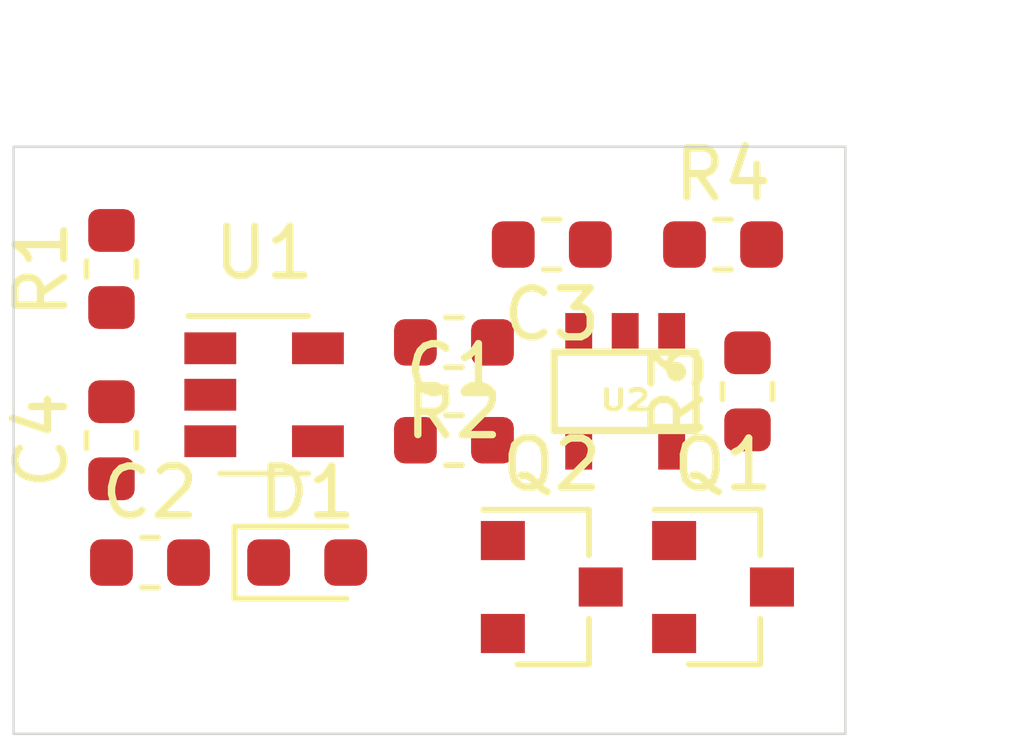
<source format=kicad_pcb>
(kicad_pcb (version 20171130) (host pcbnew "(5.1.6)-1")

  (general
    (thickness 1.6)
    (drawings 6)
    (tracks 0)
    (zones 0)
    (modules 13)
    (nets 14)
  )

  (page A4)
  (layers
    (0 F.Cu signal)
    (31 B.Cu signal)
    (32 B.Adhes user)
    (33 F.Adhes user)
    (34 B.Paste user)
    (35 F.Paste user)
    (36 B.SilkS user)
    (37 F.SilkS user)
    (38 B.Mask user)
    (39 F.Mask user)
    (40 Dwgs.User user)
    (41 Cmts.User user)
    (42 Eco1.User user)
    (43 Eco2.User user)
    (44 Edge.Cuts user)
    (45 Margin user)
    (46 B.CrtYd user)
    (47 F.CrtYd user)
    (48 B.Fab user hide)
    (49 F.Fab user hide)
  )

  (setup
    (last_trace_width 0.25)
    (trace_clearance 0.2)
    (zone_clearance 0.508)
    (zone_45_only no)
    (trace_min 0.2)
    (via_size 0.8)
    (via_drill 0.4)
    (via_min_size 0.4)
    (via_min_drill 0.3)
    (uvia_size 0.3)
    (uvia_drill 0.1)
    (uvias_allowed no)
    (uvia_min_size 0.2)
    (uvia_min_drill 0.1)
    (edge_width 0.05)
    (segment_width 0.2)
    (pcb_text_width 0.3)
    (pcb_text_size 1.5 1.5)
    (mod_edge_width 0.12)
    (mod_text_size 1 1)
    (mod_text_width 0.15)
    (pad_size 1.524 1.524)
    (pad_drill 0.762)
    (pad_to_mask_clearance 0.05)
    (aux_axis_origin 0 0)
    (visible_elements FFFFFF7F)
    (pcbplotparams
      (layerselection 0x010fc_ffffffff)
      (usegerberextensions false)
      (usegerberattributes true)
      (usegerberadvancedattributes true)
      (creategerberjobfile true)
      (excludeedgelayer true)
      (linewidth 0.100000)
      (plotframeref false)
      (viasonmask false)
      (mode 1)
      (useauxorigin false)
      (hpglpennumber 1)
      (hpglpenspeed 20)
      (hpglpendiameter 15.000000)
      (psnegative false)
      (psa4output false)
      (plotreference true)
      (plotvalue true)
      (plotinvisibletext false)
      (padsonsilk false)
      (subtractmaskfromsilk false)
      (outputformat 1)
      (mirror false)
      (drillshape 1)
      (scaleselection 1)
      (outputdirectory ""))
  )

  (net 0 "")
  (net 1 GND)
  (net 2 /IN+)
  (net 3 /B+)
  (net 4 /B-)
  (net 5 "Net-(C3-Pad1)")
  (net 6 "Net-(D1-Pad1)")
  (net 7 "Net-(Q1-Pad3)")
  (net 8 "Net-(Q1-Pad2)")
  (net 9 "Net-(Q1-Pad1)")
  (net 10 "Net-(Q2-Pad1)")
  (net 11 "Net-(R1-Pad1)")
  (net 12 "Net-(R2-Pad2)")
  (net 13 "Net-(R3-Pad2)")

  (net_class Default "This is the default net class."
    (clearance 0.2)
    (trace_width 0.25)
    (via_dia 0.8)
    (via_drill 0.4)
    (uvia_dia 0.3)
    (uvia_drill 0.1)
    (add_net /B+)
    (add_net /B-)
    (add_net /IN+)
    (add_net GND)
    (add_net "Net-(C3-Pad1)")
    (add_net "Net-(D1-Pad1)")
    (add_net "Net-(Q1-Pad1)")
    (add_net "Net-(Q1-Pad2)")
    (add_net "Net-(Q1-Pad3)")
    (add_net "Net-(Q2-Pad1)")
    (add_net "Net-(R1-Pad1)")
    (add_net "Net-(R2-Pad2)")
    (add_net "Net-(R3-Pad2)")
  )

  (module MSS_Devices:SOT25 (layer F.Cu) (tedit 57E1BE70) (tstamp 5F4AE8F4)
    (at 153.5 108 180)
    (path /5F4AB55B)
    (attr smd)
    (fp_text reference U2 (at 0 -0.18) (layer F.SilkS)
      (effects (font (size 0.4 0.5) (thickness 0.1)))
    )
    (fp_text value AP9101C (at 0 0) (layer F.SilkS) hide
      (effects (font (size 0.4 0.5) (thickness 0.1)))
    )
    (fp_line (start -1.45 0.8) (end -1.45 -0.8) (layer F.SilkS) (width 0.15))
    (fp_line (start 1.45 0.8) (end -1.45 0.8) (layer F.SilkS) (width 0.15))
    (fp_line (start 1.45 -0.8) (end 1.45 0.8) (layer F.SilkS) (width 0.15))
    (fp_line (start -1.45 -0.8) (end 1.45 -0.8) (layer F.SilkS) (width 0.15))
    (fp_circle (center -1.05 0.4) (end -0.95 0.4) (layer F.SilkS) (width 0.2))
    (pad 5 smd rect (at -0.95 -1.2 180) (size 0.55 0.8) (layers F.Cu F.Paste F.Mask)
      (net 9 "Net-(Q1-Pad1)"))
    (pad 4 smd rect (at 0.95 -1.2 180) (size 0.55 0.8) (layers F.Cu F.Paste F.Mask)
      (net 10 "Net-(Q2-Pad1)"))
    (pad 3 smd rect (at 0.95 1.2 180) (size 0.55 0.8) (layers F.Cu F.Paste F.Mask)
      (net 4 /B-))
    (pad 2 smd rect (at 0 1.2 180) (size 0.55 0.8) (layers F.Cu F.Paste F.Mask)
      (net 5 "Net-(C3-Pad1)"))
    (pad 1 smd rect (at -0.95 1.2 180) (size 0.55 0.8) (layers F.Cu F.Paste F.Mask)
      (net 13 "Net-(R3-Pad2)"))
    (model ${KISYS3DMOD}/Package_TO_SOT_SMD.3dshapes/SOT-23-5.step
      (at (xyz 0 0 0))
      (scale (xyz 1 1 1))
      (rotate (xyz 0 0 -90))
    )
  )

  (module Package_TO_SOT_SMD:SOT-23-5 (layer F.Cu) (tedit 5A02FF57) (tstamp 5F4AE8E6)
    (at 146.12 108.07)
    (descr "5-pin SOT23 package")
    (tags SOT-23-5)
    (path /5F4A97F6)
    (attr smd)
    (fp_text reference U1 (at 0 -2.9) (layer F.SilkS)
      (effects (font (size 1 1) (thickness 0.15)))
    )
    (fp_text value MCP73831-2 (at 0 2.9) (layer F.Fab)
      (effects (font (size 1 1) (thickness 0.15)))
    )
    (fp_text user %R (at 0 0 90) (layer F.Fab)
      (effects (font (size 0.5 0.5) (thickness 0.075)))
    )
    (fp_line (start -0.9 1.61) (end 0.9 1.61) (layer F.SilkS) (width 0.12))
    (fp_line (start 0.9 -1.61) (end -1.55 -1.61) (layer F.SilkS) (width 0.12))
    (fp_line (start -1.9 -1.8) (end 1.9 -1.8) (layer F.CrtYd) (width 0.05))
    (fp_line (start 1.9 -1.8) (end 1.9 1.8) (layer F.CrtYd) (width 0.05))
    (fp_line (start 1.9 1.8) (end -1.9 1.8) (layer F.CrtYd) (width 0.05))
    (fp_line (start -1.9 1.8) (end -1.9 -1.8) (layer F.CrtYd) (width 0.05))
    (fp_line (start -0.9 -0.9) (end -0.25 -1.55) (layer F.Fab) (width 0.1))
    (fp_line (start 0.9 -1.55) (end -0.25 -1.55) (layer F.Fab) (width 0.1))
    (fp_line (start -0.9 -0.9) (end -0.9 1.55) (layer F.Fab) (width 0.1))
    (fp_line (start 0.9 1.55) (end -0.9 1.55) (layer F.Fab) (width 0.1))
    (fp_line (start 0.9 -1.55) (end 0.9 1.55) (layer F.Fab) (width 0.1))
    (pad 5 smd rect (at 1.1 -0.95) (size 1.06 0.65) (layers F.Cu F.Paste F.Mask)
      (net 12 "Net-(R2-Pad2)"))
    (pad 4 smd rect (at 1.1 0.95) (size 1.06 0.65) (layers F.Cu F.Paste F.Mask)
      (net 2 /IN+))
    (pad 3 smd rect (at -1.1 0.95) (size 1.06 0.65) (layers F.Cu F.Paste F.Mask)
      (net 3 /B+))
    (pad 2 smd rect (at -1.1 0) (size 1.06 0.65) (layers F.Cu F.Paste F.Mask)
      (net 1 GND))
    (pad 1 smd rect (at -1.1 -0.95) (size 1.06 0.65) (layers F.Cu F.Paste F.Mask)
      (net 11 "Net-(R1-Pad1)"))
    (model ${KISYS3DMOD}/Package_TO_SOT_SMD.3dshapes/SOT-23-5.wrl
      (at (xyz 0 0 0))
      (scale (xyz 1 1 1))
      (rotate (xyz 0 0 0))
    )
  )

  (module Resistor_SMD:R_0603_1608Metric (layer F.Cu) (tedit 5B301BBD) (tstamp 5F4AE8D1)
    (at 155.5 105)
    (descr "Resistor SMD 0603 (1608 Metric), square (rectangular) end terminal, IPC_7351 nominal, (Body size source: http://www.tortai-tech.com/upload/download/2011102023233369053.pdf), generated with kicad-footprint-generator")
    (tags resistor)
    (path /5F4AC283)
    (attr smd)
    (fp_text reference R4 (at 0 -1.43) (layer F.SilkS)
      (effects (font (size 1 1) (thickness 0.15)))
    )
    (fp_text value 330 (at 0 1.43) (layer F.Fab)
      (effects (font (size 1 1) (thickness 0.15)))
    )
    (fp_text user %R (at 0 0) (layer F.Fab)
      (effects (font (size 0.4 0.4) (thickness 0.06)))
    )
    (fp_line (start -0.8 0.4) (end -0.8 -0.4) (layer F.Fab) (width 0.1))
    (fp_line (start -0.8 -0.4) (end 0.8 -0.4) (layer F.Fab) (width 0.1))
    (fp_line (start 0.8 -0.4) (end 0.8 0.4) (layer F.Fab) (width 0.1))
    (fp_line (start 0.8 0.4) (end -0.8 0.4) (layer F.Fab) (width 0.1))
    (fp_line (start -0.162779 -0.51) (end 0.162779 -0.51) (layer F.SilkS) (width 0.12))
    (fp_line (start -0.162779 0.51) (end 0.162779 0.51) (layer F.SilkS) (width 0.12))
    (fp_line (start -1.48 0.73) (end -1.48 -0.73) (layer F.CrtYd) (width 0.05))
    (fp_line (start -1.48 -0.73) (end 1.48 -0.73) (layer F.CrtYd) (width 0.05))
    (fp_line (start 1.48 -0.73) (end 1.48 0.73) (layer F.CrtYd) (width 0.05))
    (fp_line (start 1.48 0.73) (end -1.48 0.73) (layer F.CrtYd) (width 0.05))
    (pad 2 smd roundrect (at 0.7875 0) (size 0.875 0.95) (layers F.Cu F.Paste F.Mask) (roundrect_rratio 0.25)
      (net 3 /B+))
    (pad 1 smd roundrect (at -0.7875 0) (size 0.875 0.95) (layers F.Cu F.Paste F.Mask) (roundrect_rratio 0.25)
      (net 5 "Net-(C3-Pad1)"))
    (model ${KISYS3DMOD}/Resistor_SMD.3dshapes/R_0603_1608Metric.wrl
      (at (xyz 0 0 0))
      (scale (xyz 1 1 1))
      (rotate (xyz 0 0 0))
    )
  )

  (module Resistor_SMD:R_0603_1608Metric (layer F.Cu) (tedit 5B301BBD) (tstamp 5F4AE8C0)
    (at 156 108 90)
    (descr "Resistor SMD 0603 (1608 Metric), square (rectangular) end terminal, IPC_7351 nominal, (Body size source: http://www.tortai-tech.com/upload/download/2011102023233369053.pdf), generated with kicad-footprint-generator")
    (tags resistor)
    (path /5F4B294F)
    (attr smd)
    (fp_text reference R3 (at 0 -1.43 90) (layer F.SilkS)
      (effects (font (size 1 1) (thickness 0.15)))
    )
    (fp_text value 2.7K (at 0 1.43 90) (layer F.Fab)
      (effects (font (size 1 1) (thickness 0.15)))
    )
    (fp_text user %R (at 0 0 90) (layer F.Fab)
      (effects (font (size 0.4 0.4) (thickness 0.06)))
    )
    (fp_line (start -0.8 0.4) (end -0.8 -0.4) (layer F.Fab) (width 0.1))
    (fp_line (start -0.8 -0.4) (end 0.8 -0.4) (layer F.Fab) (width 0.1))
    (fp_line (start 0.8 -0.4) (end 0.8 0.4) (layer F.Fab) (width 0.1))
    (fp_line (start 0.8 0.4) (end -0.8 0.4) (layer F.Fab) (width 0.1))
    (fp_line (start -0.162779 -0.51) (end 0.162779 -0.51) (layer F.SilkS) (width 0.12))
    (fp_line (start -0.162779 0.51) (end 0.162779 0.51) (layer F.SilkS) (width 0.12))
    (fp_line (start -1.48 0.73) (end -1.48 -0.73) (layer F.CrtYd) (width 0.05))
    (fp_line (start -1.48 -0.73) (end 1.48 -0.73) (layer F.CrtYd) (width 0.05))
    (fp_line (start 1.48 -0.73) (end 1.48 0.73) (layer F.CrtYd) (width 0.05))
    (fp_line (start 1.48 0.73) (end -1.48 0.73) (layer F.CrtYd) (width 0.05))
    (pad 2 smd roundrect (at 0.7875 0 90) (size 0.875 0.95) (layers F.Cu F.Paste F.Mask) (roundrect_rratio 0.25)
      (net 13 "Net-(R3-Pad2)"))
    (pad 1 smd roundrect (at -0.7875 0 90) (size 0.875 0.95) (layers F.Cu F.Paste F.Mask) (roundrect_rratio 0.25)
      (net 7 "Net-(Q1-Pad3)"))
    (model ${KISYS3DMOD}/Resistor_SMD.3dshapes/R_0603_1608Metric.wrl
      (at (xyz 0 0 0))
      (scale (xyz 1 1 1))
      (rotate (xyz 0 0 0))
    )
  )

  (module Resistor_SMD:R_0603_1608Metric (layer F.Cu) (tedit 5B301BBD) (tstamp 5F4AE8AF)
    (at 150 107 180)
    (descr "Resistor SMD 0603 (1608 Metric), square (rectangular) end terminal, IPC_7351 nominal, (Body size source: http://www.tortai-tech.com/upload/download/2011102023233369053.pdf), generated with kicad-footprint-generator")
    (tags resistor)
    (path /5F4BCFDC)
    (attr smd)
    (fp_text reference R2 (at 0 -1.43) (layer F.SilkS)
      (effects (font (size 1 1) (thickness 0.15)))
    )
    (fp_text value 2K (at 0 1.43) (layer F.Fab)
      (effects (font (size 1 1) (thickness 0.15)))
    )
    (fp_text user %R (at 0 0) (layer F.Fab)
      (effects (font (size 0.4 0.4) (thickness 0.06)))
    )
    (fp_line (start -0.8 0.4) (end -0.8 -0.4) (layer F.Fab) (width 0.1))
    (fp_line (start -0.8 -0.4) (end 0.8 -0.4) (layer F.Fab) (width 0.1))
    (fp_line (start 0.8 -0.4) (end 0.8 0.4) (layer F.Fab) (width 0.1))
    (fp_line (start 0.8 0.4) (end -0.8 0.4) (layer F.Fab) (width 0.1))
    (fp_line (start -0.162779 -0.51) (end 0.162779 -0.51) (layer F.SilkS) (width 0.12))
    (fp_line (start -0.162779 0.51) (end 0.162779 0.51) (layer F.SilkS) (width 0.12))
    (fp_line (start -1.48 0.73) (end -1.48 -0.73) (layer F.CrtYd) (width 0.05))
    (fp_line (start -1.48 -0.73) (end 1.48 -0.73) (layer F.CrtYd) (width 0.05))
    (fp_line (start 1.48 -0.73) (end 1.48 0.73) (layer F.CrtYd) (width 0.05))
    (fp_line (start 1.48 0.73) (end -1.48 0.73) (layer F.CrtYd) (width 0.05))
    (pad 2 smd roundrect (at 0.7875 0 180) (size 0.875 0.95) (layers F.Cu F.Paste F.Mask) (roundrect_rratio 0.25)
      (net 12 "Net-(R2-Pad2)"))
    (pad 1 smd roundrect (at -0.7875 0 180) (size 0.875 0.95) (layers F.Cu F.Paste F.Mask) (roundrect_rratio 0.25)
      (net 1 GND))
    (model ${KISYS3DMOD}/Resistor_SMD.3dshapes/R_0603_1608Metric.wrl
      (at (xyz 0 0 0))
      (scale (xyz 1 1 1))
      (rotate (xyz 0 0 0))
    )
  )

  (module Resistor_SMD:R_0603_1608Metric (layer F.Cu) (tedit 5B301BBD) (tstamp 5F4AE89E)
    (at 143 105.5 90)
    (descr "Resistor SMD 0603 (1608 Metric), square (rectangular) end terminal, IPC_7351 nominal, (Body size source: http://www.tortai-tech.com/upload/download/2011102023233369053.pdf), generated with kicad-footprint-generator")
    (tags resistor)
    (path /5F4C02C1)
    (attr smd)
    (fp_text reference R1 (at 0 -1.43 90) (layer F.SilkS)
      (effects (font (size 1 1) (thickness 0.15)))
    )
    (fp_text value 470 (at 0 1.43 90) (layer F.Fab)
      (effects (font (size 1 1) (thickness 0.15)))
    )
    (fp_text user %R (at 0 0 90) (layer F.Fab)
      (effects (font (size 0.4 0.4) (thickness 0.06)))
    )
    (fp_line (start -0.8 0.4) (end -0.8 -0.4) (layer F.Fab) (width 0.1))
    (fp_line (start -0.8 -0.4) (end 0.8 -0.4) (layer F.Fab) (width 0.1))
    (fp_line (start 0.8 -0.4) (end 0.8 0.4) (layer F.Fab) (width 0.1))
    (fp_line (start 0.8 0.4) (end -0.8 0.4) (layer F.Fab) (width 0.1))
    (fp_line (start -0.162779 -0.51) (end 0.162779 -0.51) (layer F.SilkS) (width 0.12))
    (fp_line (start -0.162779 0.51) (end 0.162779 0.51) (layer F.SilkS) (width 0.12))
    (fp_line (start -1.48 0.73) (end -1.48 -0.73) (layer F.CrtYd) (width 0.05))
    (fp_line (start -1.48 -0.73) (end 1.48 -0.73) (layer F.CrtYd) (width 0.05))
    (fp_line (start 1.48 -0.73) (end 1.48 0.73) (layer F.CrtYd) (width 0.05))
    (fp_line (start 1.48 0.73) (end -1.48 0.73) (layer F.CrtYd) (width 0.05))
    (pad 2 smd roundrect (at 0.7875 0 90) (size 0.875 0.95) (layers F.Cu F.Paste F.Mask) (roundrect_rratio 0.25)
      (net 6 "Net-(D1-Pad1)"))
    (pad 1 smd roundrect (at -0.7875 0 90) (size 0.875 0.95) (layers F.Cu F.Paste F.Mask) (roundrect_rratio 0.25)
      (net 11 "Net-(R1-Pad1)"))
    (model ${KISYS3DMOD}/Resistor_SMD.3dshapes/R_0603_1608Metric.wrl
      (at (xyz 0 0 0))
      (scale (xyz 1 1 1))
      (rotate (xyz 0 0 0))
    )
  )

  (module Package_TO_SOT_SMD:SOT-23 (layer F.Cu) (tedit 5A02FF57) (tstamp 5F4AE88D)
    (at 152 112)
    (descr "SOT-23, Standard")
    (tags SOT-23)
    (path /5F4D645C)
    (attr smd)
    (fp_text reference Q2 (at 0 -2.5) (layer F.SilkS)
      (effects (font (size 1 1) (thickness 0.15)))
    )
    (fp_text value 2N7002 (at 0 2.5) (layer F.Fab)
      (effects (font (size 1 1) (thickness 0.15)))
    )
    (fp_text user %R (at 0 0 90) (layer F.Fab)
      (effects (font (size 0.5 0.5) (thickness 0.075)))
    )
    (fp_line (start -0.7 -0.95) (end -0.7 1.5) (layer F.Fab) (width 0.1))
    (fp_line (start -0.15 -1.52) (end 0.7 -1.52) (layer F.Fab) (width 0.1))
    (fp_line (start -0.7 -0.95) (end -0.15 -1.52) (layer F.Fab) (width 0.1))
    (fp_line (start 0.7 -1.52) (end 0.7 1.52) (layer F.Fab) (width 0.1))
    (fp_line (start -0.7 1.52) (end 0.7 1.52) (layer F.Fab) (width 0.1))
    (fp_line (start 0.76 1.58) (end 0.76 0.65) (layer F.SilkS) (width 0.12))
    (fp_line (start 0.76 -1.58) (end 0.76 -0.65) (layer F.SilkS) (width 0.12))
    (fp_line (start -1.7 -1.75) (end 1.7 -1.75) (layer F.CrtYd) (width 0.05))
    (fp_line (start 1.7 -1.75) (end 1.7 1.75) (layer F.CrtYd) (width 0.05))
    (fp_line (start 1.7 1.75) (end -1.7 1.75) (layer F.CrtYd) (width 0.05))
    (fp_line (start -1.7 1.75) (end -1.7 -1.75) (layer F.CrtYd) (width 0.05))
    (fp_line (start 0.76 -1.58) (end -1.4 -1.58) (layer F.SilkS) (width 0.12))
    (fp_line (start 0.76 1.58) (end -0.7 1.58) (layer F.SilkS) (width 0.12))
    (pad 3 smd rect (at 1 0) (size 0.9 0.8) (layers F.Cu F.Paste F.Mask)
      (net 8 "Net-(Q1-Pad2)"))
    (pad 2 smd rect (at -1 0.95) (size 0.9 0.8) (layers F.Cu F.Paste F.Mask)
      (net 4 /B-))
    (pad 1 smd rect (at -1 -0.95) (size 0.9 0.8) (layers F.Cu F.Paste F.Mask)
      (net 10 "Net-(Q2-Pad1)"))
    (model ${KISYS3DMOD}/Package_TO_SOT_SMD.3dshapes/SOT-23.wrl
      (at (xyz 0 0 0))
      (scale (xyz 1 1 1))
      (rotate (xyz 0 0 0))
    )
  )

  (module Package_TO_SOT_SMD:SOT-23 (layer F.Cu) (tedit 5A02FF57) (tstamp 5F4AE878)
    (at 155.5 112)
    (descr "SOT-23, Standard")
    (tags SOT-23)
    (path /5F4AE73B)
    (attr smd)
    (fp_text reference Q1 (at 0 -2.5) (layer F.SilkS)
      (effects (font (size 1 1) (thickness 0.15)))
    )
    (fp_text value 2N7002 (at 0 2.5) (layer F.Fab)
      (effects (font (size 1 1) (thickness 0.15)))
    )
    (fp_text user %R (at 0 0 90) (layer F.Fab)
      (effects (font (size 0.5 0.5) (thickness 0.075)))
    )
    (fp_line (start -0.7 -0.95) (end -0.7 1.5) (layer F.Fab) (width 0.1))
    (fp_line (start -0.15 -1.52) (end 0.7 -1.52) (layer F.Fab) (width 0.1))
    (fp_line (start -0.7 -0.95) (end -0.15 -1.52) (layer F.Fab) (width 0.1))
    (fp_line (start 0.7 -1.52) (end 0.7 1.52) (layer F.Fab) (width 0.1))
    (fp_line (start -0.7 1.52) (end 0.7 1.52) (layer F.Fab) (width 0.1))
    (fp_line (start 0.76 1.58) (end 0.76 0.65) (layer F.SilkS) (width 0.12))
    (fp_line (start 0.76 -1.58) (end 0.76 -0.65) (layer F.SilkS) (width 0.12))
    (fp_line (start -1.7 -1.75) (end 1.7 -1.75) (layer F.CrtYd) (width 0.05))
    (fp_line (start 1.7 -1.75) (end 1.7 1.75) (layer F.CrtYd) (width 0.05))
    (fp_line (start 1.7 1.75) (end -1.7 1.75) (layer F.CrtYd) (width 0.05))
    (fp_line (start -1.7 1.75) (end -1.7 -1.75) (layer F.CrtYd) (width 0.05))
    (fp_line (start 0.76 -1.58) (end -1.4 -1.58) (layer F.SilkS) (width 0.12))
    (fp_line (start 0.76 1.58) (end -0.7 1.58) (layer F.SilkS) (width 0.12))
    (pad 3 smd rect (at 1 0) (size 0.9 0.8) (layers F.Cu F.Paste F.Mask)
      (net 7 "Net-(Q1-Pad3)"))
    (pad 2 smd rect (at -1 0.95) (size 0.9 0.8) (layers F.Cu F.Paste F.Mask)
      (net 8 "Net-(Q1-Pad2)"))
    (pad 1 smd rect (at -1 -0.95) (size 0.9 0.8) (layers F.Cu F.Paste F.Mask)
      (net 9 "Net-(Q1-Pad1)"))
    (model ${KISYS3DMOD}/Package_TO_SOT_SMD.3dshapes/SOT-23.wrl
      (at (xyz 0 0 0))
      (scale (xyz 1 1 1))
      (rotate (xyz 0 0 0))
    )
  )

  (module LED_SMD:LED_0603_1608Metric (layer F.Cu) (tedit 5B301BBE) (tstamp 5F4AE863)
    (at 147 111.5)
    (descr "LED SMD 0603 (1608 Metric), square (rectangular) end terminal, IPC_7351 nominal, (Body size source: http://www.tortai-tech.com/upload/download/2011102023233369053.pdf), generated with kicad-footprint-generator")
    (tags diode)
    (path /5F4BF6DB)
    (attr smd)
    (fp_text reference D1 (at 0 -1.43) (layer F.SilkS)
      (effects (font (size 1 1) (thickness 0.15)))
    )
    (fp_text value STAT (at 0 1.43) (layer F.Fab)
      (effects (font (size 1 1) (thickness 0.15)))
    )
    (fp_text user %R (at 0 0) (layer F.Fab)
      (effects (font (size 0.4 0.4) (thickness 0.06)))
    )
    (fp_line (start 0.8 -0.4) (end -0.5 -0.4) (layer F.Fab) (width 0.1))
    (fp_line (start -0.5 -0.4) (end -0.8 -0.1) (layer F.Fab) (width 0.1))
    (fp_line (start -0.8 -0.1) (end -0.8 0.4) (layer F.Fab) (width 0.1))
    (fp_line (start -0.8 0.4) (end 0.8 0.4) (layer F.Fab) (width 0.1))
    (fp_line (start 0.8 0.4) (end 0.8 -0.4) (layer F.Fab) (width 0.1))
    (fp_line (start 0.8 -0.735) (end -1.485 -0.735) (layer F.SilkS) (width 0.12))
    (fp_line (start -1.485 -0.735) (end -1.485 0.735) (layer F.SilkS) (width 0.12))
    (fp_line (start -1.485 0.735) (end 0.8 0.735) (layer F.SilkS) (width 0.12))
    (fp_line (start -1.48 0.73) (end -1.48 -0.73) (layer F.CrtYd) (width 0.05))
    (fp_line (start -1.48 -0.73) (end 1.48 -0.73) (layer F.CrtYd) (width 0.05))
    (fp_line (start 1.48 -0.73) (end 1.48 0.73) (layer F.CrtYd) (width 0.05))
    (fp_line (start 1.48 0.73) (end -1.48 0.73) (layer F.CrtYd) (width 0.05))
    (pad 2 smd roundrect (at 0.7875 0) (size 0.875 0.95) (layers F.Cu F.Paste F.Mask) (roundrect_rratio 0.25)
      (net 2 /IN+))
    (pad 1 smd roundrect (at -0.7875 0) (size 0.875 0.95) (layers F.Cu F.Paste F.Mask) (roundrect_rratio 0.25)
      (net 6 "Net-(D1-Pad1)"))
    (model ${KISYS3DMOD}/LED_SMD.3dshapes/LED_0603_1608Metric.wrl
      (at (xyz 0 0 0))
      (scale (xyz 1 1 1))
      (rotate (xyz 0 0 0))
    )
  )

  (module Capacitor_SMD:C_0603_1608Metric (layer F.Cu) (tedit 5B301BBE) (tstamp 5F4AE850)
    (at 143 109 90)
    (descr "Capacitor SMD 0603 (1608 Metric), square (rectangular) end terminal, IPC_7351 nominal, (Body size source: http://www.tortai-tech.com/upload/download/2011102023233369053.pdf), generated with kicad-footprint-generator")
    (tags capacitor)
    (path /5F4C4C26)
    (attr smd)
    (fp_text reference C4 (at 0 -1.43 90) (layer F.SilkS)
      (effects (font (size 1 1) (thickness 0.15)))
    )
    (fp_text value 100nF (at 0 1.43 90) (layer F.Fab)
      (effects (font (size 1 1) (thickness 0.15)))
    )
    (fp_text user %R (at 0 0 90) (layer F.Fab)
      (effects (font (size 0.4 0.4) (thickness 0.06)))
    )
    (fp_line (start -0.8 0.4) (end -0.8 -0.4) (layer F.Fab) (width 0.1))
    (fp_line (start -0.8 -0.4) (end 0.8 -0.4) (layer F.Fab) (width 0.1))
    (fp_line (start 0.8 -0.4) (end 0.8 0.4) (layer F.Fab) (width 0.1))
    (fp_line (start 0.8 0.4) (end -0.8 0.4) (layer F.Fab) (width 0.1))
    (fp_line (start -0.162779 -0.51) (end 0.162779 -0.51) (layer F.SilkS) (width 0.12))
    (fp_line (start -0.162779 0.51) (end 0.162779 0.51) (layer F.SilkS) (width 0.12))
    (fp_line (start -1.48 0.73) (end -1.48 -0.73) (layer F.CrtYd) (width 0.05))
    (fp_line (start -1.48 -0.73) (end 1.48 -0.73) (layer F.CrtYd) (width 0.05))
    (fp_line (start 1.48 -0.73) (end 1.48 0.73) (layer F.CrtYd) (width 0.05))
    (fp_line (start 1.48 0.73) (end -1.48 0.73) (layer F.CrtYd) (width 0.05))
    (pad 2 smd roundrect (at 0.7875 0 90) (size 0.875 0.95) (layers F.Cu F.Paste F.Mask) (roundrect_rratio 0.25)
      (net 1 GND))
    (pad 1 smd roundrect (at -0.7875 0 90) (size 0.875 0.95) (layers F.Cu F.Paste F.Mask) (roundrect_rratio 0.25)
      (net 3 /B+))
    (model ${KISYS3DMOD}/Capacitor_SMD.3dshapes/C_0603_1608Metric.wrl
      (at (xyz 0 0 0))
      (scale (xyz 1 1 1))
      (rotate (xyz 0 0 0))
    )
  )

  (module Capacitor_SMD:C_0603_1608Metric (layer F.Cu) (tedit 5B301BBE) (tstamp 5F4AE83F)
    (at 152 105 180)
    (descr "Capacitor SMD 0603 (1608 Metric), square (rectangular) end terminal, IPC_7351 nominal, (Body size source: http://www.tortai-tech.com/upload/download/2011102023233369053.pdf), generated with kicad-footprint-generator")
    (tags capacitor)
    (path /5F4AC95F)
    (attr smd)
    (fp_text reference C3 (at 0 -1.43) (layer F.SilkS)
      (effects (font (size 1 1) (thickness 0.15)))
    )
    (fp_text value 100nF (at 0 1.43) (layer F.Fab)
      (effects (font (size 1 1) (thickness 0.15)))
    )
    (fp_text user %R (at 0 0) (layer F.Fab)
      (effects (font (size 0.4 0.4) (thickness 0.06)))
    )
    (fp_line (start -0.8 0.4) (end -0.8 -0.4) (layer F.Fab) (width 0.1))
    (fp_line (start -0.8 -0.4) (end 0.8 -0.4) (layer F.Fab) (width 0.1))
    (fp_line (start 0.8 -0.4) (end 0.8 0.4) (layer F.Fab) (width 0.1))
    (fp_line (start 0.8 0.4) (end -0.8 0.4) (layer F.Fab) (width 0.1))
    (fp_line (start -0.162779 -0.51) (end 0.162779 -0.51) (layer F.SilkS) (width 0.12))
    (fp_line (start -0.162779 0.51) (end 0.162779 0.51) (layer F.SilkS) (width 0.12))
    (fp_line (start -1.48 0.73) (end -1.48 -0.73) (layer F.CrtYd) (width 0.05))
    (fp_line (start -1.48 -0.73) (end 1.48 -0.73) (layer F.CrtYd) (width 0.05))
    (fp_line (start 1.48 -0.73) (end 1.48 0.73) (layer F.CrtYd) (width 0.05))
    (fp_line (start 1.48 0.73) (end -1.48 0.73) (layer F.CrtYd) (width 0.05))
    (pad 2 smd roundrect (at 0.7875 0 180) (size 0.875 0.95) (layers F.Cu F.Paste F.Mask) (roundrect_rratio 0.25)
      (net 4 /B-))
    (pad 1 smd roundrect (at -0.7875 0 180) (size 0.875 0.95) (layers F.Cu F.Paste F.Mask) (roundrect_rratio 0.25)
      (net 5 "Net-(C3-Pad1)"))
    (model ${KISYS3DMOD}/Capacitor_SMD.3dshapes/C_0603_1608Metric.wrl
      (at (xyz 0 0 0))
      (scale (xyz 1 1 1))
      (rotate (xyz 0 0 0))
    )
  )

  (module Capacitor_SMD:C_0603_1608Metric (layer F.Cu) (tedit 5B301BBE) (tstamp 5F4AE82E)
    (at 143.7875 111.5)
    (descr "Capacitor SMD 0603 (1608 Metric), square (rectangular) end terminal, IPC_7351 nominal, (Body size source: http://www.tortai-tech.com/upload/download/2011102023233369053.pdf), generated with kicad-footprint-generator")
    (tags capacitor)
    (path /5F4C1D99)
    (attr smd)
    (fp_text reference C2 (at 0 -1.43) (layer F.SilkS)
      (effects (font (size 1 1) (thickness 0.15)))
    )
    (fp_text value 4.7uF (at 0 1.43) (layer F.Fab)
      (effects (font (size 1 1) (thickness 0.15)))
    )
    (fp_text user %R (at 0 0) (layer F.Fab)
      (effects (font (size 0.4 0.4) (thickness 0.06)))
    )
    (fp_line (start -0.8 0.4) (end -0.8 -0.4) (layer F.Fab) (width 0.1))
    (fp_line (start -0.8 -0.4) (end 0.8 -0.4) (layer F.Fab) (width 0.1))
    (fp_line (start 0.8 -0.4) (end 0.8 0.4) (layer F.Fab) (width 0.1))
    (fp_line (start 0.8 0.4) (end -0.8 0.4) (layer F.Fab) (width 0.1))
    (fp_line (start -0.162779 -0.51) (end 0.162779 -0.51) (layer F.SilkS) (width 0.12))
    (fp_line (start -0.162779 0.51) (end 0.162779 0.51) (layer F.SilkS) (width 0.12))
    (fp_line (start -1.48 0.73) (end -1.48 -0.73) (layer F.CrtYd) (width 0.05))
    (fp_line (start -1.48 -0.73) (end 1.48 -0.73) (layer F.CrtYd) (width 0.05))
    (fp_line (start 1.48 -0.73) (end 1.48 0.73) (layer F.CrtYd) (width 0.05))
    (fp_line (start 1.48 0.73) (end -1.48 0.73) (layer F.CrtYd) (width 0.05))
    (pad 2 smd roundrect (at 0.7875 0) (size 0.875 0.95) (layers F.Cu F.Paste F.Mask) (roundrect_rratio 0.25)
      (net 1 GND))
    (pad 1 smd roundrect (at -0.7875 0) (size 0.875 0.95) (layers F.Cu F.Paste F.Mask) (roundrect_rratio 0.25)
      (net 3 /B+))
    (model ${KISYS3DMOD}/Capacitor_SMD.3dshapes/C_0603_1608Metric.wrl
      (at (xyz 0 0 0))
      (scale (xyz 1 1 1))
      (rotate (xyz 0 0 0))
    )
  )

  (module Capacitor_SMD:C_0603_1608Metric (layer F.Cu) (tedit 5B301BBE) (tstamp 5F4AE81D)
    (at 150 109)
    (descr "Capacitor SMD 0603 (1608 Metric), square (rectangular) end terminal, IPC_7351 nominal, (Body size source: http://www.tortai-tech.com/upload/download/2011102023233369053.pdf), generated with kicad-footprint-generator")
    (tags capacitor)
    (path /5F4C33DE)
    (attr smd)
    (fp_text reference C1 (at 0 -1.43) (layer F.SilkS)
      (effects (font (size 1 1) (thickness 0.15)))
    )
    (fp_text value 4.7uF (at 0 1.43) (layer F.Fab)
      (effects (font (size 1 1) (thickness 0.15)))
    )
    (fp_text user %R (at 0 0) (layer F.Fab)
      (effects (font (size 0.4 0.4) (thickness 0.06)))
    )
    (fp_line (start -0.8 0.4) (end -0.8 -0.4) (layer F.Fab) (width 0.1))
    (fp_line (start -0.8 -0.4) (end 0.8 -0.4) (layer F.Fab) (width 0.1))
    (fp_line (start 0.8 -0.4) (end 0.8 0.4) (layer F.Fab) (width 0.1))
    (fp_line (start 0.8 0.4) (end -0.8 0.4) (layer F.Fab) (width 0.1))
    (fp_line (start -0.162779 -0.51) (end 0.162779 -0.51) (layer F.SilkS) (width 0.12))
    (fp_line (start -0.162779 0.51) (end 0.162779 0.51) (layer F.SilkS) (width 0.12))
    (fp_line (start -1.48 0.73) (end -1.48 -0.73) (layer F.CrtYd) (width 0.05))
    (fp_line (start -1.48 -0.73) (end 1.48 -0.73) (layer F.CrtYd) (width 0.05))
    (fp_line (start 1.48 -0.73) (end 1.48 0.73) (layer F.CrtYd) (width 0.05))
    (fp_line (start 1.48 0.73) (end -1.48 0.73) (layer F.CrtYd) (width 0.05))
    (pad 2 smd roundrect (at 0.7875 0) (size 0.875 0.95) (layers F.Cu F.Paste F.Mask) (roundrect_rratio 0.25)
      (net 1 GND))
    (pad 1 smd roundrect (at -0.7875 0) (size 0.875 0.95) (layers F.Cu F.Paste F.Mask) (roundrect_rratio 0.25)
      (net 2 /IN+))
    (model ${KISYS3DMOD}/Capacitor_SMD.3dshapes/C_0603_1608Metric.wrl
      (at (xyz 0 0 0))
      (scale (xyz 1 1 1))
      (rotate (xyz 0 0 0))
    )
  )

  (dimension 12 (width 0.15) (layer Dwgs.User)
    (gr_text "12.000 mm" (at 160.3 109 270) (layer Dwgs.User)
      (effects (font (size 1 1) (thickness 0.15)))
    )
    (feature1 (pts (xy 158 115) (xy 159.586421 115)))
    (feature2 (pts (xy 158 103) (xy 159.586421 103)))
    (crossbar (pts (xy 159 103) (xy 159 115)))
    (arrow1a (pts (xy 159 115) (xy 158.413579 113.873496)))
    (arrow1b (pts (xy 159 115) (xy 159.586421 113.873496)))
    (arrow2a (pts (xy 159 103) (xy 158.413579 104.126504)))
    (arrow2b (pts (xy 159 103) (xy 159.586421 104.126504)))
  )
  (dimension 17 (width 0.15) (layer Dwgs.User)
    (gr_text "17.000 mm" (at 149.5 100.7) (layer Dwgs.User)
      (effects (font (size 1 1) (thickness 0.15)))
    )
    (feature1 (pts (xy 141 103) (xy 141 101.413579)))
    (feature2 (pts (xy 158 103) (xy 158 101.413579)))
    (crossbar (pts (xy 158 102) (xy 141 102)))
    (arrow1a (pts (xy 141 102) (xy 142.126504 101.413579)))
    (arrow1b (pts (xy 141 102) (xy 142.126504 102.586421)))
    (arrow2a (pts (xy 158 102) (xy 156.873496 101.413579)))
    (arrow2b (pts (xy 158 102) (xy 156.873496 102.586421)))
  )
  (gr_line (start 141 103) (end 158 103) (layer Edge.Cuts) (width 0.05) (tstamp 5F4AEE0C))
  (gr_line (start 141 115) (end 141 103) (layer Edge.Cuts) (width 0.05))
  (gr_line (start 158 115) (end 141 115) (layer Edge.Cuts) (width 0.05))
  (gr_line (start 158 103) (end 158 115) (layer Edge.Cuts) (width 0.05))

)
</source>
